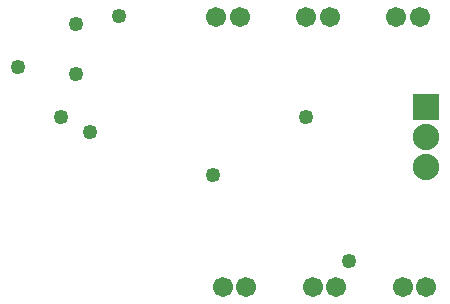
<source format=gts>
G04 MADE WITH FRITZING*
G04 WWW.FRITZING.ORG*
G04 DOUBLE SIDED*
G04 HOLES PLATED*
G04 CONTOUR ON CENTER OF CONTOUR VECTOR*
%ASAXBY*%
%FSLAX23Y23*%
%MOIN*%
%OFA0B0*%
%SFA1.0B1.0*%
%ADD10C,0.067000*%
%ADD11C,0.088000*%
%ADD12C,0.049370*%
%ADD13R,0.088000X0.088000*%
%LNMASK1*%
G90*
G70*
G54D10*
X2189Y993D03*
X2268Y993D03*
X2189Y993D03*
X2268Y993D03*
X1989Y93D03*
X1910Y93D03*
X1989Y93D03*
X1910Y93D03*
X1589Y993D03*
X1668Y993D03*
X1589Y993D03*
X1668Y993D03*
X2289Y93D03*
X2210Y93D03*
X2289Y93D03*
X2210Y93D03*
X1889Y993D03*
X1968Y993D03*
X1889Y993D03*
X1968Y993D03*
X1689Y93D03*
X1610Y93D03*
X1689Y93D03*
X1610Y93D03*
G54D11*
X2289Y693D03*
X2289Y593D03*
X2289Y493D03*
G54D12*
X1120Y802D03*
X2032Y178D03*
X928Y826D03*
X1576Y466D03*
X1168Y610D03*
X1264Y994D03*
X1120Y970D03*
X1072Y658D03*
X1888Y658D03*
G54D13*
X2289Y693D03*
G04 End of Mask1*
M02*
</source>
